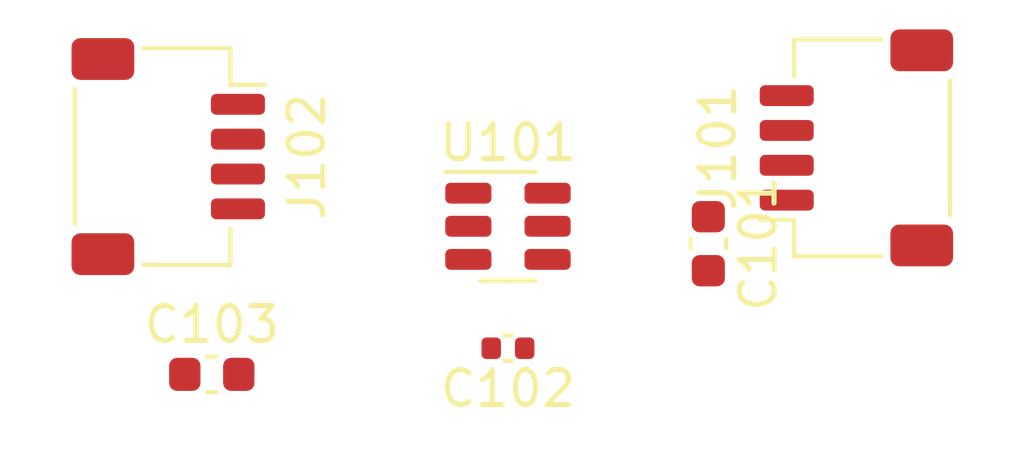
<source format=kicad_pcb>
(kicad_pcb (version 20211014) (generator pcbnew)
  (layers (0 "F.Cu" signal) (31 "B.Cu" signal) (34 "B.Paste" user) (35 "F.Paste" user) (36 "B.SilkS" user "B.Silkscreen") (37 "F.SilkS" user "F.Silkscreen") (38 "B.Mask" user) (39 "F.Mask" user) (44 "Edge.Cuts" user))
  (net 0 "")
  (net 1 "+3V3")
  (net 2 "GND")
  (net 3 "/I2C_SDA")
  (net 4 "/I2C_SCL")
  (footprint "Connector_JST:JST_SH_SM04B-SRSS-TB_1x04-1MP_P1.00mm_Horizontal" (layer "F.Cu") (at 139.25 77.25 -90)
    (fp_text reference "J102" (at 0 -3.98 90) (layer "F.SilkS"))
    (fp_text value "JST_SM04B")
    (fp_line (start 3.11 0.715) (end 3.11 -1.785) (layer "F.SilkS") (width 0.12))
    (fp_line (start -2.06 -1.785) (end -2.06 -2.775) (layer "F.SilkS") (width 0.12))
    (fp_line (start -3.11 -1.785) (end -2.06 -1.785) (layer "F.SilkS") (width 0.12))
    (fp_line (start -3.11 0.715) (end -3.11 -1.785) (layer "F.SilkS") (width 0.12))
    (fp_line (start -1.94 2.685) (end 1.94 2.685) (layer "F.SilkS") (width 0.12))
    (fp_line (start 3.11 -1.785) (end 2.06 -1.785) (layer "F.SilkS") (width 0.12))
    (pad "1" smd roundrect (at -1.5 -2 270) (size 0.6 1.55) (layers "F.Cu" "F.Paste" "F.Mask") (net 1 "+3V3"))
    (pad "2" smd roundrect (at -0.5 -2 270) (size 0.6 1.55) (layers "F.Cu" "F.Paste" "F.Mask") (net 3 "/I2C_SDA"))
    (pad "3" smd roundrect (at 0.5 -2 270) (size 0.6 1.55) (layers "F.Cu" "F.Paste" "F.Mask") (net 4 "/I2C_SCL"))
    (pad "4" smd roundrect (at 1.5 -2 270) (size 0.6 1.55) (layers "F.Cu" "F.Paste" "F.Mask") (net 2 "GND"))
    (pad "MP" smd roundrect (at -2.8 1.875 270) (size 1.2 1.8) (layers "F.Cu" "F.Paste" "F.Mask") (roundrect_rratio 0.208333))
    (pad "MP" smd roundrect (at 2.8 1.875 270) (size 1.2 1.8) (layers "F.Cu" "F.Paste" "F.Mask") (roundrect_rratio 0.208333))
  )
  (footprint "Connector_JST:JST_SH_SM04B-SRSS-TB_1x04-1MP_P1.00mm_Horizontal" (layer "F.Cu") (at 159 77 90)
    (fp_text reference "J101" (at 0 -3.98 90) (layer "F.SilkS"))
    (fp_text value "JST_SM04B")
    (fp_line (start 3.11 0.715) (end 3.11 -1.785) (layer "F.SilkS") (width 0.12))
    (fp_line (start -3.11 0.715) (end -3.11 -1.785) (layer "F.SilkS") (width 0.12))
    (fp_line (start -2.06 -1.785) (end -2.06 -2.775) (layer "F.SilkS") (width 0.12))
    (fp_line (start 3.11 -1.785) (end 2.06 -1.785) (layer "F.SilkS") (width 0.12))
    (fp_line (start -1.94 2.685) (end 1.94 2.685) (layer "F.SilkS") (width 0.12))
    (fp_line (start -3.11 -1.785) (end -2.06 -1.785) (layer "F.SilkS") (width 0.12))
    (pad "1" smd roundrect (at -1.5 -2 90) (size 0.6 1.55) (layers "F.Cu" "F.Paste" "F.Mask") (net 1 "+3V3"))
    (pad "2" smd roundrect (at -0.5 -2 90) (size 0.6 1.55) (layers "F.Cu" "F.Paste" "F.Mask") (net 3 "/I2C_SDA"))
    (pad "3" smd roundrect (at 0.5 -2 90) (size 0.6 1.55) (layers "F.Cu" "F.Paste" "F.Mask") (net 4 "/I2C_SCL"))
    (pad "4" smd roundrect (at 1.5 -2 90) (size 0.6 1.55) (layers "F.Cu" "F.Paste" "F.Mask") (net 2 "GND"))
    (pad "MP" smd roundrect (at -2.8 1.875 90) (size 1.2 1.8) (layers "F.Cu" "F.Paste" "F.Mask") (roundrect_rratio 0.208333))
    (pad "MP" smd roundrect (at 2.8 1.875 90) (size 1.2 1.8) (layers "F.Cu" "F.Paste" "F.Mask") (roundrect_rratio 0.208333))
  )
  (footprint "Capacitor_SMD:C_0603_1608Metric" (layer "F.Cu") (at 140.5 83.5)
    (fp_text reference "C103" (at 0 -1.43) (layer "F.SilkS"))
    (fp_text value "1u")
    (fp_line (start -0.14058 -0.51) (end 0.14058 -0.51) (layer "F.SilkS") (width 0.12))
    (fp_line (start -0.14058 0.51) (end 0.14058 0.51) (layer "F.SilkS") (width 0.12))
    (pad "1" smd roundrect (at -0.775 0) (size 0.9 0.95) (layers "F.Cu" "F.Paste" "F.Mask") (net 1 "+3V3"))
    (pad "2" smd roundrect (at 0.775 0) (size 0.9 0.95) (layers "F.Cu" "F.Paste" "F.Mask") (net 2 "GND"))
  )
  (footprint "Capacitor_SMD:C_0402_1005Metric" (layer "F.Cu") (at 149 82.75 180)
    (fp_text reference "C102" (at 0 -1.16) (layer "F.SilkS"))
    (fp_text value "100n")
    (fp_line (start -0.107836 -0.36) (end 0.107836 -0.36) (layer "F.SilkS") (width 0.12))
    (fp_line (start -0.107836 0.36) (end 0.107836 0.36) (layer "F.SilkS") (width 0.12))
    (pad "1" smd roundrect (at -0.48 0 180) (size 0.56 0.62) (layers "F.Cu" "F.Paste" "F.Mask") (net 1 "+3V3"))
    (pad "2" smd roundrect (at 0.48 0 180) (size 0.56 0.62) (layers "F.Cu" "F.Paste" "F.Mask") (net 2 "GND"))
  )
  (footprint "Package_TO_SOT_SMD:SOT-23-6" (layer "F.Cu") (at 149 79.25)
    (fp_text reference "U101" (at 0 -2.4) (layer "F.SilkS"))
    (fp_text value "TLE493D")
    (fp_line (start 0 1.56) (end 0.8 1.56) (layer "F.SilkS") (width 0.12))
    (fp_line (start 0 -1.56) (end -1.8 -1.56) (layer "F.SilkS") (width 0.12))
    (fp_line (start 0 1.56) (end -0.8 1.56) (layer "F.SilkS") (width 0.12))
    (fp_line (start 0 -1.56) (end 0.8 -1.56) (layer "F.SilkS") (width 0.12))
    (pad "1" smd roundrect (at -1.1375 -0.95) (size 1.325 0.6) (layers "F.Cu" "F.Paste" "F.Mask") (net 4 "/I2C_SCL"))
    (pad "2" smd roundrect (at -1.1375 0) (size 1.325 0.6) (layers "F.Cu" "F.Paste" "F.Mask") (net 2 "GND"))
    (pad "3" smd roundrect (at -1.1375 0.95) (size 1.325 0.6) (layers "F.Cu" "F.Paste" "F.Mask") (net 2 "GND"))
    (pad "4" smd roundrect (at 1.1375 0.95) (size 1.325 0.6) (layers "F.Cu" "F.Paste" "F.Mask") (net 1 "+3V3"))
    (pad "5" smd roundrect (at 1.1375 0) (size 1.325 0.6) (layers "F.Cu" "F.Paste" "F.Mask") (net 2 "GND"))
    (pad "6" smd roundrect (at 1.1375 -0.95) (size 1.325 0.6) (layers "F.Cu" "F.Paste" "F.Mask") (net 3 "/I2C_SDA"))
  )
  (footprint "Capacitor_SMD:C_0603_1608Metric" (layer "F.Cu") (at 154.75 79.75 -90)
    (fp_text reference "C101" (at 0 -1.43 90) (layer "F.SilkS"))
    (fp_text value "1u")
    (fp_line (start -0.14058 -0.51) (end 0.14058 -0.51) (layer "F.SilkS") (width 0.12))
    (fp_line (start -0.14058 0.51) (end 0.14058 0.51) (layer "F.SilkS") (width 0.12))
    (pad "1" smd roundrect (at -0.775 0 270) (size 0.9 0.95) (layers "F.Cu" "F.Paste" "F.Mask") (net 1 "+3V3"))
    (pad "2" smd roundrect (at 0.775 0 270) (size 0.9 0.95) (layers "F.Cu" "F.Paste" "F.Mask") (net 2 "GND"))
  )
)
</source>
